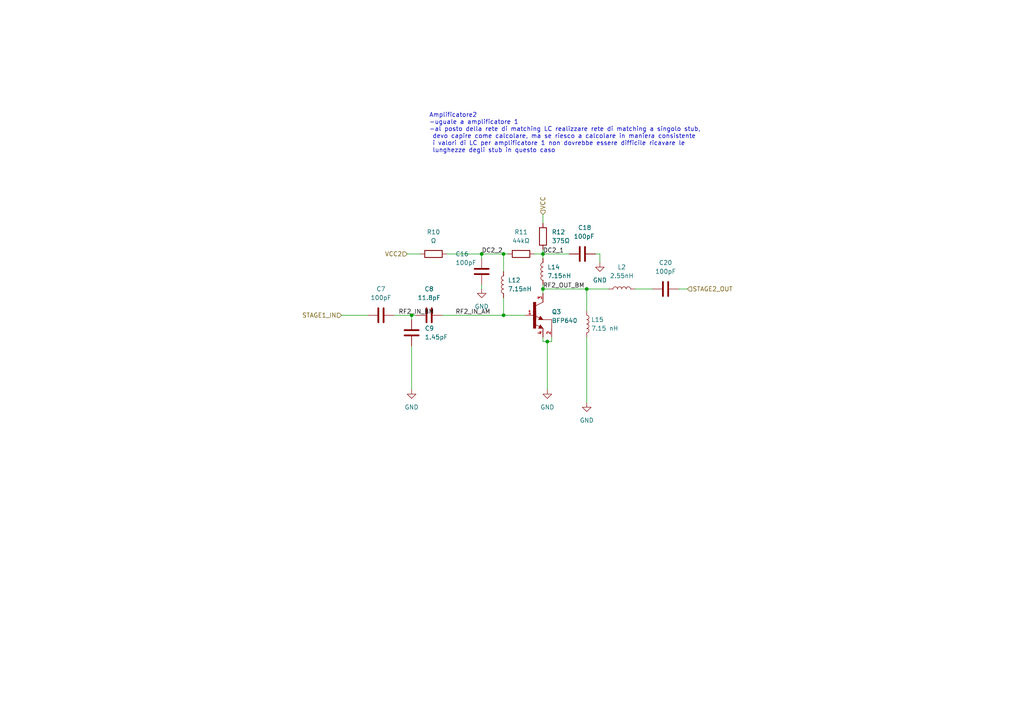
<source format=kicad_sch>
(kicad_sch (version 20230121) (generator eeschema)
  (paper "A4")
  (lib_symbols
    (symbol "Device:C" (pin_numbers hide) (pin_names (offset 0.254))
      (property "Reference" "C" (at 0.635 2.54 0))
      (property "Value" "C" (at 0.635 -2.54 0))
      (symbol "C_0_1"
        (polyline (pts (xy -2.032 -0.762) (xy 2.032 -0.762)) (stroke (width 0.508)))
        (polyline (pts (xy -2.032 0.762) (xy 2.032 0.762)) (stroke (width 0.508)))
      )
      (symbol "C_1_1"
        (pin passive line (at 0 3.81 270) (length 2.794) (name "~") (number "1"))
        (pin passive line (at 0 -3.81 90) (length 2.794) (name "~") (number "2"))
      )
    )
    (symbol "Device:L" (pin_numbers hide) (pin_names (offset 1.016) hide)
      (property "Reference" "L" (at -1.27 0 90))
      (property "Value" "L" (at 1.905 0 90))
      (symbol "L_0_1"
        (arc (start 0 -2.54) (mid 0.6323 -1.905) (end 0 -1.27))
        (arc (start 0 -1.27) (mid 0.6323 -0.635) (end 0 0))
        (arc (start 0 0) (mid 0.6323 0.635) (end 0 1.27))
        (arc (start 0 1.27) (mid 0.6323 1.905) (end 0 2.54))
      )
      (symbol "L_1_1"
        (pin passive line (at 0 3.81 270) (length 1.27) (name "1") (number "1"))
        (pin passive line (at 0 -3.81 90) (length 1.27) (name "2") (number "2"))
      )
    )
    (symbol "Device:R" (pin_numbers hide) (pin_names (offset 0))
      (property "Reference" "R" (at 2.032 0 90))
      (property "Value" "R" (at 0 0 90))
      (symbol "R_0_1"
        (rectangle (start -1.016 -2.54) (end 1.016 2.54) (stroke (width 0.254)))
      )
      (symbol "R_1_1"
        (pin passive line (at 0 3.81 270) (length 1.27) (name "~") (number "1"))
        (pin passive line (at 0 -3.81 90) (length 1.27) (name "~") (number "2"))
      )
    )
    (symbol "Nicobigio01_Transistor_HBT:BFP640" (pin_names (offset 1.016))
      (property "Reference" "Q" (at 5.0868 3.8134 0))
      (property "Value" "BFP640" (at 5.0804 1.27 0))
      (symbol "BFP640_0_0"
        (rectangle (start -0.2542 -3.8132) (end 0.508 1.27) (stroke (width 0.1)) (fill (type outline)))
        (rectangle (start -0.2543 -1.2735) (end 0.508 3.81) (stroke (width 0.1)) (fill (type outline)))
        (polyline (pts (xy 1.27 -3.81) (xy 1.778 -2.794)) (stroke (width 0.1524)))
        (polyline (pts (xy 1.27 -1.27) (xy 1.778 -0.254)) (stroke (width 0.1524)))
        (polyline (pts (xy 1.524 -3.683) (xy 2.286 -3.683)) (stroke (width 0.254)))
        (polyline (pts (xy 1.524 -3.556) (xy 1.905 -3.556)) (stroke (width 0.254)))
        (polyline (pts (xy 1.524 -1.143) (xy 2.286 -1.143)) (stroke (width 0.254)))
        (polyline (pts (xy 1.524 -1.016) (xy 1.905 -1.016)) (stroke (width 0.254)))
        (polyline (pts (xy 1.54 -3.31) (xy 0.308 -2.694)) (stroke (width 0.1524)))
        (polyline (pts (xy 1.54 -0.77) (xy 0.308 -0.154)) (stroke (width 0.1524)))
        (polyline (pts (xy 1.778 -3.048) (xy 1.524 -3.556)) (stroke (width 0.254)))
        (polyline (pts (xy 1.778 -2.794) (xy 2.54 -3.81)) (stroke (width 0.1524)))
        (polyline (pts (xy 1.778 -0.508) (xy 1.524 -1.016)) (stroke (width 0.254)))
        (polyline (pts (xy 1.778 -0.254) (xy 2.54 -1.27)) (stroke (width 0.1524)))
        (polyline (pts (xy 1.905 -3.556) (xy 1.778 -3.302)) (stroke (width 0.254)))
        (polyline (pts (xy 1.905 -1.016) (xy 1.778 -0.762)) (stroke (width 0.254)))
        (polyline (pts (xy 2.286 -3.683) (xy 1.778 -3.048)) (stroke (width 0.254)))
        (polyline (pts (xy 2.286 -1.143) (xy 1.778 -0.508)) (stroke (width 0.254)))
        (polyline (pts (xy 2.54 -3.81) (xy 1.27 -3.81)) (stroke (width 0.1524)))
        (polyline (pts (xy 2.54 -1.27) (xy 1.27 -1.27)) (stroke (width 0.1524)))
        (polyline (pts (xy 2.54 3.81) (xy 0.508 2.794)) (stroke (width 0.1524)))
        (pin passive line (at -2.54 0 0) (length 2.54) (name "~") (number "1"))
        (pin passive line (at 5.08 -6.35 90) (length 2.54) (name "~") (number "2"))
        (pin passive line (at 2.54 6.35 270) (length 2.54) (name "~") (number "3"))
        (pin passive line (at 2.54 -6.35 90) (length 2.54) (name "~") (number "4"))
      )
      (symbol "BFP640_0_1"
        (polyline (pts (xy 2.54 -1.27) (xy 5.08 -1.27) (xy 5.08 -3.81)))
      )
    )
    (symbol "power:GND" (power) (pin_names (offset 0))
      (property "Value" "GND" (at 0 -3.81 0))
      (symbol "GND_0_1"
        (polyline (pts (xy 0 0) (xy 0 -1.27) (xy 1.27 -1.27) (xy 0 -2.54) (xy -1.27 -1.27) (xy 0 -1.27)))
      )
      (symbol "GND_1_1"
        (pin power_in line (at 0 0 270) (length 0) hide (name "GND") (number "1"))
      )
    )
  )
  (junction (at 158.75 99.06))
  (junction (at 157.48 73.66))
  (junction (at 139.7 73.66))
  (junction (at 119.38 91.44))
  (junction (at 146.05 91.44))
  (junction (at 146.05 73.66))
  (junction (at 170.18 83.82))
  (junction (at 157.48 83.82))
  (wire (pts (xy 139.7 73.66) (xy 146.05 73.66)))
  (wire (pts (xy 157.48 73.66) (xy 157.48 74.93)))
  (wire (pts (xy 129.54 73.66) (xy 139.7 73.66)))
  (wire (pts (xy 99.06 91.44) (xy 106.68 91.44)))
  (wire (pts (xy 157.48 62.23) (xy 157.48 64.77)))
  (wire (pts (xy 114.3 91.44) (xy 119.38 91.44)))
  (wire (pts (xy 160.02 99.06) (xy 158.75 99.06)))
  (wire (pts (xy 157.48 73.66) (xy 165.1 73.66)))
  (wire (pts (xy 196.85 83.82) (xy 199.39 83.82)))
  (wire (pts (xy 170.18 97.79) (xy 170.18 116.84)))
  (wire (pts (xy 157.48 83.82) (xy 157.48 85.09)))
  (wire (pts (xy 146.05 73.66) (xy 147.32 73.66)))
  (wire (pts (xy 146.05 91.44) (xy 152.4 91.44)))
  (wire (pts (xy 146.05 86.36) (xy 146.05 91.44)))
  (wire (pts (xy 119.38 100.33) (xy 119.38 113.03)))
  (wire (pts (xy 184.15 83.82) (xy 189.23 83.82)))
  (wire (pts (xy 160.02 97.79) (xy 160.02 99.06)))
  (wire (pts (xy 172.72 73.66) (xy 173.99 73.66)))
  (wire (pts (xy 158.75 113.03) (xy 158.75 99.06)))
  (wire (pts (xy 118.11 73.66) (xy 121.92 73.66)))
  (wire (pts (xy 170.18 83.82) (xy 170.18 90.17)))
  (wire (pts (xy 139.7 74.93) (xy 139.7 73.66)))
  (wire (pts (xy 128.27 91.44) (xy 146.05 91.44)))
  (wire (pts (xy 119.38 92.71) (xy 119.38 91.44)))
  (wire (pts (xy 170.18 83.82) (xy 176.53 83.82)))
  (wire (pts (xy 157.48 99.06) (xy 157.48 97.79)))
  (wire (pts (xy 157.48 83.82) (xy 170.18 83.82)))
  (wire (pts (xy 157.48 82.55) (xy 157.48 83.82)))
  (wire (pts (xy 154.94 73.66) (xy 157.48 73.66)))
  (wire (pts (xy 139.7 82.55) (xy 139.7 83.82)))
  (wire (pts (xy 173.99 73.66) (xy 173.99 76.2)))
  (wire (pts (xy 146.05 73.66) (xy 146.05 78.74)))
  (wire (pts (xy 157.48 72.39) (xy 157.48 73.66)))
  (wire (pts (xy 119.38 91.44) (xy 120.65 91.44)))
  (wire (pts (xy 158.75 99.06) (xy 157.48 99.06)))
  (text "Amplificatore2\n-uguale a amplificatore 1\n-al posto della rete di matching LC realizzare rete di matching a singolo stub,\n devo capire come calcolare, ma se riesco a calcolare in maniera consistente\n i valori di LC per amplificatore 1 non dovrebbe essere difficile ricavare le\n lunghezze degli stub in questo caso" (at 124.46 44.45 0) (effects (font (size 1.27 1.27)) (justify left bottom)))
  (label "DC2_2" (at 139.7 73.66 0))
  (label "RF2_IN_BM" (at 115.57 91.44 0))
  (label "RF2_OUT_BM" (at 157.48 83.82 0))
  (label "DC2_1" (at 157.48 73.66 0))
  (label "RF2_IN_AM" (at 132.08 91.44 0))
  (hierarchical_label "STAGE2_OUT" (shape input) (at 199.39 83.82 0))
  (hierarchical_label "STAGE1_IN" (shape input) (at 99.06 91.44 180))
  (hierarchical_label "VCC2" (shape input) (at 118.11 73.66 180))
  (hierarchical_label "VCC" (shape input) (at 157.48 62.23 90))
  (symbol (lib_id "Device:L") (at 170.18 93.98 0) (unit 1)
    (property "Reference" "L15" (at 171.45 92.7099 0) (effects (justify left)))
    (property "Value" "7.15 nH" (at 171.45 95.2499 0) (effects (justify left)))
    (property "Footprint" "Nicobigio01:Coilcraft_mod" (effects hide))
  )
  (symbol (lib_id "Device:R") (at 125.73 73.66 90) (unit 1)
    (property "Reference" "R10" (at 125.73 67.31 90))
    (property "Value" "Ω" (at 125.73 69.85 90))
    (property "Footprint" "Resistor_SMD:R_0603_1608Metric" (effects hide))
  )
  (symbol (lib_id "Device:C") (at 124.46 91.44 90) (unit 1)
    (property "Reference" "C8" (at 124.46 83.82 90))
    (property "Value" "11.8pF" (at 124.46 86.36 90))
    (property "Footprint" "Capacitor_SMD:C_0603_1608Metric" (effects hide))
  )
  (symbol (lib_id "Nicobigio01_Transistor_HBT:BFP640") (at 154.94 91.44 0) (unit 1)
    (property "Reference" "Q3" (at 160.02 90.4493 0) (effects (justify left)))
    (property "Value" "BFP640" (at 160.02 92.9893 0) (effects (justify left)))
    (property "Footprint" "Nicobigio01:SOT-343" (effects hide))
    (property "Datasheet" "https://www.infineon.com/dgdl/Infineon-BFP640-DS-v03_00-EN.pdf?fileId=5546d462689a790c01690f03a9ca3928" (effects hide))
  )
  (symbol (lib_id "power:GND") (at 158.75 113.03 0) (unit 1)
    (property "Reference" "#PWR0129" (effects hide))
    (property "Value" "GND" (at 158.75 118.11 0))
  )
  (symbol (lib_id "power:GND") (at 173.99 76.2 0) (unit 1)
    (property "Reference" "#PWR0123" (effects hide))
    (property "Value" "GND" (at 173.99 81.28 0))
  )
  (symbol (lib_id "power:GND") (at 119.38 113.03 0) (unit 1)
    (property "Reference" "#PWR0125" (effects hide))
    (property "Value" "GND" (at 119.38 118.11 0))
  )
  (symbol (lib_id "Device:R") (at 157.48 68.58 0) (unit 1)
    (property "Reference" "R12" (at 160.02 67.3099 0) (effects (justify left)))
    (property "Value" "375Ω" (at 160.02 69.8499 0) (effects (justify left)))
    (property "Footprint" "Resistor_SMD:R_0603_1608Metric" (effects hide))
  )
  (symbol (lib_id "Device:L") (at 157.48 78.74 180) (unit 1)
    (property "Reference" "L14" (at 158.75 77.4699 0) (effects (justify right)))
    (property "Value" "7.15nH" (at 158.75 80.0099 0) (effects (justify right)))
    (property "Footprint" "Nicobigio01:Coilcraft_1606-xxLx" (effects hide))
  )
  (symbol (lib_id "Device:L") (at 180.34 83.82 90) (unit 1)
    (property "Reference" "L2" (at 180.34 77.47 90))
    (property "Value" "2.55nH" (at 180.34 80.01 90))
    (property "Footprint" "Nicobigio01:Coilcraft_0906-xxLx" (effects hide))
  )
  (symbol (lib_id "Device:R") (at 151.13 73.66 90) (unit 1)
    (property "Reference" "R11" (at 151.13 67.31 90))
    (property "Value" "44kΩ" (at 151.13 69.85 90))
    (property "Footprint" "Resistor_SMD:R_0603_1608Metric" (effects hide))
  )
  (symbol (lib_id "Device:L") (at 146.05 82.55 180) (unit 1)
    (property "Reference" "L12" (at 147.32 81.2799 0) (effects (justify right)))
    (property "Value" "7.15nH" (at 147.32 83.8199 0) (effects (justify right)))
    (property "Footprint" "Nicobigio01:Coilcraft_1606-xxLx" (effects hide))
  )
  (symbol (lib_id "Device:C") (at 119.38 96.52 0) (unit 1)
    (property "Reference" "C9" (at 123.19 95.2499 0) (effects (justify left)))
    (property "Value" "1.45pF" (at 123.19 97.7899 0) (effects (justify left)))
    (property "Footprint" "Capacitor_SMD:C_0603_1608Metric" (effects hide))
  )
  (symbol (lib_id "power:GND") (at 170.18 116.84 0) (unit 1)
    (property "Reference" "#PWR0128" (effects hide))
    (property "Value" "GND" (at 170.18 121.92 0))
  )
  (symbol (lib_id "power:GND") (at 139.7 83.82 0) (unit 1)
    (property "Reference" "#PWR0124" (effects hide))
    (property "Value" "GND" (at 139.7 88.9 0))
  )
  (symbol (lib_id "Device:C") (at 193.04 83.82 90) (unit 1)
    (property "Reference" "C20" (at 193.04 76.2 90))
    (property "Value" "100pF" (at 193.04 78.74 90))
    (property "Footprint" "Capacitor_SMD:C_0603_1608Metric" (effects hide))
  )
  (symbol (lib_id "Device:C") (at 168.91 73.66 90) (mirror x) (unit 1)
    (property "Reference" "C18" (at 167.64 66.04 90) (effects (justify right)))
    (property "Value" "100pF" (at 166.37 68.58 90) (effects (justify right)))
    (property "Footprint" "Capacitor_SMD:C_0603_1608Metric" (effects hide))
  )
  (symbol (lib_id "Device:C") (at 110.49 91.44 90) (unit 1)
    (property "Reference" "C7" (at 110.49 83.82 90))
    (property "Value" "100pF" (at 110.49 86.36 90))
    (property "Footprint" "Capacitor_SMD:C_0603_1608Metric" (effects hide))
  )
  (symbol (lib_id "Device:C") (at 139.7 78.74 0) (mirror y) (unit 1)
    (property "Reference" "C16" (at 132.08 73.66 0) (effects (justify right)))
    (property "Value" "100pF" (at 132.08 76.2 0) (effects (justify right)))
    (property "Footprint" "Capacitor_SMD:C_0603_1608Metric" (effects hide))
  )
)
</source>
